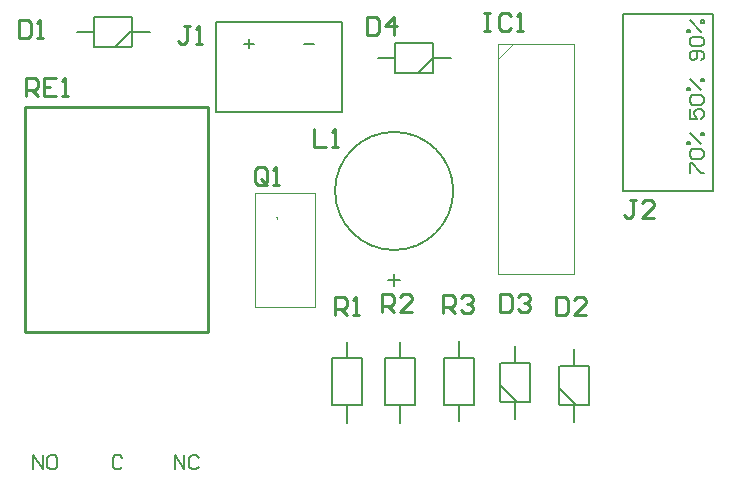
<source format=gbr>
%TF.GenerationSoftware,Altium Limited,Altium Designer,20.2.4 (192)*%
G04 Layer_Color=65535*
%FSLAX45Y45*%
%MOMM*%
%TF.SameCoordinates,BA2C786E-012B-4E8B-A1C9-5229AEE0ABBE*%
%TF.FilePolarity,Positive*%
%TF.FileFunction,Legend,Top*%
%TF.Part,Single*%
G01*
G75*
%TA.AperFunction,NonConductor*%
%ADD28C,0.20000*%
%ADD29C,0.10000*%
%ADD30C,0.25400*%
D28*
X3725000Y-1648000D02*
G03*
X3725000Y-1648000I-500000J0D01*
G01*
X2235300Y-1874350D02*
G03*
X2235300Y-1884350I0J-5000D01*
G01*
D02*
G03*
X2235300Y-1874350I0J5000D01*
G01*
D02*
G03*
X2235300Y-1884350I0J-5000D01*
G01*
X3564300Y-525000D02*
X3706300D01*
X3236550Y-398000D02*
X3551450D01*
X3556500Y-403050D01*
Y-646950D02*
Y-403050D01*
X3236550Y-652000D02*
X3551450D01*
X3556500Y-646950D01*
X3231200Y-403350D02*
X3236550Y-398000D01*
X3231200Y-646650D02*
Y-403350D01*
Y-646650D02*
X3236550Y-652000D01*
X3424150Y-647250D02*
X3551450Y-519950D01*
X3089200Y-525000D02*
X3231200D01*
X4250000Y-3106200D02*
Y-2964200D01*
X4127750Y-3299150D02*
X4255050Y-3426450D01*
X4123000Y-3111550D02*
X4128350Y-3106200D01*
X4371650D01*
X4377000Y-3111550D01*
X4123000Y-3426450D02*
X4128050Y-3431500D01*
X4123000Y-3426450D02*
Y-3111550D01*
X4128050Y-3431500D02*
X4371950D01*
X4377000Y-3426450D01*
Y-3111550D01*
X4250000Y-3581300D02*
Y-3439300D01*
X4750000Y-3605900D02*
Y-3463900D01*
X4877000Y-3451050D02*
Y-3136150D01*
X4871950Y-3456100D02*
X4877000Y-3451050D01*
X4628050Y-3456100D02*
X4871950D01*
X4623000Y-3451050D02*
Y-3136150D01*
Y-3451050D02*
X4628050Y-3456100D01*
X4871650Y-3130800D02*
X4877000Y-3136150D01*
X4628350Y-3130800D02*
X4871650D01*
X4623000Y-3136150D02*
X4628350Y-3130800D01*
X4627750Y-3323750D02*
X4755050Y-3451050D01*
X4750000Y-3130800D02*
Y-2988800D01*
X538800Y-300000D02*
X680800D01*
X873750Y-422250D02*
X1001050Y-294950D01*
X680800Y-421650D02*
X686150Y-427000D01*
X680800Y-421650D02*
Y-178350D01*
X686150Y-173000D01*
X1001050Y-427000D02*
X1006100Y-421950D01*
X686150Y-427000D02*
X1001050D01*
X1006100Y-421950D02*
Y-178050D01*
X1001050Y-173000D02*
X1006100Y-178050D01*
X686150Y-173000D02*
X1001050D01*
X1013900Y-300000D02*
X1155900D01*
X5925000Y-1400000D02*
Y-150000D01*
X5165000D02*
X5925000D01*
X5165000Y-1650000D02*
Y-150000D01*
Y-1650000D02*
X5575000D01*
X5925000Y-1646900D02*
Y-1400000D01*
X5921900Y-1650000D02*
X5925000Y-1646900D01*
X5575000Y-1650000D02*
X5921900D01*
X1719600Y-980000D02*
Y-600400D01*
Y-980000D02*
X2000000D01*
X2780000D01*
Y-220000D01*
X1720000D02*
X2780000D01*
X1720000Y-600000D02*
Y-220000D01*
X3722000Y-3065900D02*
X3842000D01*
X3775000Y-3053200D02*
Y-2916100D01*
Y-3599300D02*
Y-3472300D01*
X3902000Y-3462200D02*
Y-3065900D01*
X3648000Y-3462200D02*
Y-3065900D01*
X3722000D01*
X3842000D02*
X3902000D01*
X3702300Y-3462200D02*
X3822300D01*
X3648000D02*
X3702300D01*
X3822300D02*
X3902000D01*
X3208000Y-3459100D02*
X3328000D01*
X3275000Y-3608900D02*
Y-3471800D01*
Y-3052700D02*
Y-2925700D01*
X3148000Y-3459100D02*
Y-3062800D01*
X3402000Y-3459100D02*
Y-3062800D01*
X3328000Y-3459100D02*
X3402000D01*
X3148000D02*
X3208000D01*
X3227700Y-3062800D02*
X3347700D01*
X3402000D01*
X3148000D02*
X3227700D01*
X2758000Y-3459100D02*
X2878000D01*
X2825000Y-3608900D02*
Y-3471800D01*
Y-3052700D02*
Y-2925700D01*
X2698000Y-3459100D02*
Y-3062800D01*
X2952000Y-3459100D02*
Y-3062800D01*
X2878000Y-3459100D02*
X2952000D01*
X2698000D02*
X2758000D01*
X2777700Y-3062800D02*
X2897700D01*
X2952000D01*
X2698000D02*
X2777700D01*
X3174200Y-2402000D02*
X3275800D01*
X3225000Y-2452800D02*
Y-2351200D01*
X1370000Y-4005000D02*
Y-3885039D01*
X1449974Y-4005000D01*
Y-3885039D01*
X1569935Y-3905032D02*
X1549942Y-3885039D01*
X1509955D01*
X1489961Y-3905032D01*
Y-3985007D01*
X1509955Y-4005000D01*
X1549942D01*
X1569935Y-3985007D01*
X5827106Y-541800D02*
X5847100Y-521806D01*
Y-481819D01*
X5827106Y-461826D01*
X5747132D01*
X5727139Y-481819D01*
Y-521806D01*
X5747132Y-541800D01*
X5767126D01*
X5787119Y-521806D01*
Y-461826D01*
X5747132Y-421839D02*
X5727139Y-401845D01*
Y-361858D01*
X5747132Y-341865D01*
X5827106D01*
X5847100Y-361858D01*
Y-401845D01*
X5827106Y-421839D01*
X5747132D01*
X5827106Y-301878D02*
X5727139Y-201910D01*
Y-301878D02*
X5707145D01*
Y-281884D01*
X5727139D01*
Y-301878D01*
X5847100Y-221904D02*
X5827106D01*
Y-201910D01*
X5847100D01*
Y-221904D01*
X5727139Y-957126D02*
Y-1037100D01*
X5787119D01*
X5767126Y-997113D01*
Y-977119D01*
X5787119Y-957126D01*
X5827106D01*
X5847100Y-977119D01*
Y-1017106D01*
X5827106Y-1037100D01*
X5747132Y-917139D02*
X5727139Y-897145D01*
Y-857158D01*
X5747132Y-837165D01*
X5827106D01*
X5847100Y-857158D01*
Y-897145D01*
X5827106Y-917139D01*
X5747132D01*
X5827106Y-797178D02*
X5727139Y-697210D01*
Y-797178D02*
X5707145D01*
Y-777184D01*
X5727139D01*
Y-797178D01*
X5847100Y-717204D02*
X5827106D01*
Y-697210D01*
X5847100D01*
Y-717204D01*
X5727139Y-1494300D02*
Y-1414326D01*
X5747132D01*
X5827106Y-1494300D01*
X5847100D01*
X5747132Y-1374339D02*
X5727139Y-1354345D01*
Y-1314358D01*
X5747132Y-1294365D01*
X5827106D01*
X5847100Y-1314358D01*
Y-1354345D01*
X5827106Y-1374339D01*
X5747132D01*
X5827106Y-1254378D02*
X5727139Y-1154410D01*
Y-1254378D02*
X5707145D01*
Y-1234384D01*
X5727139D01*
Y-1254378D01*
X5847100Y-1174404D02*
X5827106D01*
Y-1154410D01*
X5847100D01*
Y-1174404D01*
X1956500Y-400313D02*
X2036474D01*
X1996487Y-360326D02*
Y-440300D01*
X2464500Y-402200D02*
X2544474D01*
X170000Y-4005000D02*
Y-3885039D01*
X249974Y-4005000D01*
Y-3885039D01*
X349942D02*
X309955D01*
X289961Y-3905032D01*
Y-3985007D01*
X309955Y-4005000D01*
X349942D01*
X369935Y-3985007D01*
Y-3905032D01*
X349942Y-3885039D01*
X924974Y-3905032D02*
X904980Y-3885039D01*
X864993D01*
X845000Y-3905032D01*
Y-3985007D01*
X864993Y-4005000D01*
X904980D01*
X924974Y-3985007D01*
D29*
X4101000Y-527000D02*
X4228000Y-400000D01*
X4101000Y-2350000D02*
Y-400000D01*
Y-2350000D02*
X4749000D01*
Y-400000D01*
X4101000D02*
X4749000D01*
X2054325Y-2632200D02*
X2555975D01*
X2051150Y-1667000D02*
X2552800D01*
X2559150Y-2632200D02*
Y-2390900D01*
Y-1908300D02*
Y-1667000D01*
Y-2390900D02*
Y-1908300D01*
X2051150Y-2632200D02*
Y-2308350D01*
Y-2067050D02*
Y-1667000D01*
Y-2308350D02*
Y-2067050D01*
Y-2632200D02*
Y-1667000D01*
D30*
X100000Y-935000D02*
X1650000D01*
X100000Y-2845000D02*
X1650000D01*
X100000D02*
Y-935000D01*
X1650000Y-2845000D02*
Y-935000D01*
X48433Y-198825D02*
Y-351175D01*
X124608D01*
X150000Y-325783D01*
Y-224216D01*
X124608Y-198825D01*
X48433D01*
X200784Y-351175D02*
X251567D01*
X226176D01*
Y-198825D01*
X200784Y-224216D01*
X4598041Y-2548825D02*
Y-2701175D01*
X4674216D01*
X4699608Y-2675784D01*
Y-2574217D01*
X4674216Y-2548825D01*
X4598041D01*
X4851959Y-2701175D02*
X4750392D01*
X4851959Y-2599608D01*
Y-2574217D01*
X4826567Y-2548825D01*
X4775783D01*
X4750392Y-2574217D01*
X4123041Y-2524225D02*
Y-2676576D01*
X4199216D01*
X4224608Y-2651184D01*
Y-2549617D01*
X4199216Y-2524225D01*
X4123041D01*
X4275392Y-2549617D02*
X4300784Y-2524225D01*
X4351567D01*
X4376959Y-2549617D01*
Y-2575008D01*
X4351567Y-2600400D01*
X4326175D01*
X4351567D01*
X4376959Y-2625792D01*
Y-2651184D01*
X4351567Y-2676576D01*
X4300784D01*
X4275392Y-2651184D01*
X3985140Y-143449D02*
X4035924D01*
X4010532D01*
Y-295800D01*
X3985140D01*
X4035924D01*
X4213666Y-168841D02*
X4188274Y-143449D01*
X4137491D01*
X4112099Y-168841D01*
Y-270408D01*
X4137491Y-295800D01*
X4188274D01*
X4213666Y-270408D01*
X4264450Y-295800D02*
X4315233D01*
X4289842D01*
Y-143449D01*
X4264450Y-168841D01*
X1500000Y-248825D02*
X1449217D01*
X1474608D01*
Y-375784D01*
X1449217Y-401175D01*
X1423825D01*
X1398433Y-375784D01*
X1550784Y-401175D02*
X1601567D01*
X1576176D01*
Y-248825D01*
X1550784Y-274217D01*
X5274608Y-1723825D02*
X5223825D01*
X5249217D01*
Y-1850783D01*
X5223825Y-1876175D01*
X5198433D01*
X5173041Y-1850783D01*
X5426959Y-1876175D02*
X5325392D01*
X5426959Y-1774608D01*
Y-1749216D01*
X5401567Y-1723825D01*
X5350784D01*
X5325392Y-1749216D01*
X2548433Y-1123825D02*
Y-1276175D01*
X2650000D01*
X2700784D02*
X2751567D01*
X2726176D01*
Y-1123825D01*
X2700784Y-1149216D01*
X2150000Y-1575783D02*
Y-1474217D01*
X2124608Y-1448825D01*
X2073825D01*
X2048433Y-1474217D01*
Y-1575783D01*
X2073825Y-1601175D01*
X2124608D01*
X2099217Y-1550392D02*
X2150000Y-1601175D01*
X2124608D02*
X2150000Y-1575783D01*
X2200784Y-1601175D02*
X2251567D01*
X2226176D01*
Y-1448825D01*
X2200784Y-1474217D01*
X2723433Y-2698175D02*
Y-2545824D01*
X2799608D01*
X2825000Y-2571216D01*
Y-2622000D01*
X2799608Y-2647392D01*
X2723433D01*
X2774216D02*
X2825000Y-2698175D01*
X2875784D02*
X2926567D01*
X2901176D01*
Y-2545824D01*
X2875784Y-2571216D01*
X3123041Y-2673175D02*
Y-2520825D01*
X3199217D01*
X3224608Y-2546216D01*
Y-2597000D01*
X3199217Y-2622392D01*
X3123041D01*
X3173825D02*
X3224608Y-2673175D01*
X3376959D02*
X3275392D01*
X3376959Y-2571608D01*
Y-2546216D01*
X3351567Y-2520825D01*
X3300784D01*
X3275392Y-2546216D01*
X3642920Y-2685480D02*
Y-2533129D01*
X3719096D01*
X3744488Y-2558521D01*
Y-2609305D01*
X3719096Y-2634697D01*
X3642920D01*
X3693704D02*
X3744488Y-2685480D01*
X3795271Y-2558521D02*
X3820663Y-2533129D01*
X3871446D01*
X3896838Y-2558521D01*
Y-2583913D01*
X3871446Y-2609305D01*
X3846055D01*
X3871446D01*
X3896838Y-2634697D01*
Y-2660088D01*
X3871446Y-2685480D01*
X3820663D01*
X3795271Y-2660088D01*
X111680Y-845380D02*
Y-693029D01*
X187856D01*
X213247Y-718421D01*
Y-769204D01*
X187856Y-794596D01*
X111680D01*
X162464D02*
X213247Y-845380D01*
X365598Y-693029D02*
X264031D01*
Y-845380D01*
X365598D01*
X264031Y-769204D02*
X314814D01*
X416382Y-845380D02*
X467165D01*
X441774D01*
Y-693029D01*
X416382Y-718421D01*
X2998041Y-173825D02*
Y-326175D01*
X3074217D01*
X3099608Y-300783D01*
Y-199217D01*
X3074217Y-173825D01*
X2998041D01*
X3226567Y-326175D02*
Y-173825D01*
X3150392Y-250000D01*
X3251959D01*
%TF.MD5,89c7c1453694c9153e1983018917b236*%
M02*

</source>
